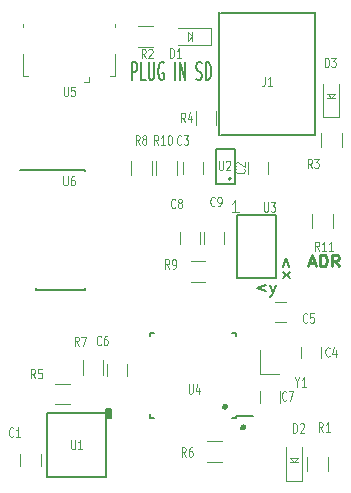
<source format=gbr>
G04 #@! TF.GenerationSoftware,KiCad,Pcbnew,5.0.0-fee4fd1~66~ubuntu16.04.1*
G04 #@! TF.CreationDate,2019-03-22T18:21:00-04:00*
G04 #@! TF.ProjectId,circuit,636972637569742E6B696361645F7063,rev?*
G04 #@! TF.SameCoordinates,Original*
G04 #@! TF.FileFunction,Legend,Top*
G04 #@! TF.FilePolarity,Positive*
%FSLAX46Y46*%
G04 Gerber Fmt 4.6, Leading zero omitted, Abs format (unit mm)*
G04 Created by KiCad (PCBNEW 5.0.0-fee4fd1~66~ubuntu16.04.1) date Fri Mar 22 18:21:00 2019*
%MOMM*%
%LPD*%
G01*
G04 APERTURE LIST*
%ADD10C,0.250000*%
%ADD11C,0.200000*%
%ADD12C,0.150000*%
%ADD13C,0.120000*%
%ADD14C,0.100000*%
%ADD15C,0.500000*%
%ADD16C,0.125000*%
G04 APERTURE END LIST*
D10*
X209681904Y-94936666D02*
X210158095Y-94936666D01*
X209586666Y-95222380D02*
X209920000Y-94222380D01*
X210253333Y-95222380D01*
X210586666Y-95222380D02*
X210586666Y-94222380D01*
X210824761Y-94222380D01*
X210967619Y-94270000D01*
X211062857Y-94365238D01*
X211110476Y-94460476D01*
X211158095Y-94650952D01*
X211158095Y-94793809D01*
X211110476Y-94984285D01*
X211062857Y-95079523D01*
X210967619Y-95174761D01*
X210824761Y-95222380D01*
X210586666Y-95222380D01*
X212158095Y-95222380D02*
X211824761Y-94746190D01*
X211586666Y-95222380D02*
X211586666Y-94222380D01*
X211967619Y-94222380D01*
X212062857Y-94270000D01*
X212110476Y-94317619D01*
X212158095Y-94412857D01*
X212158095Y-94555714D01*
X212110476Y-94650952D01*
X212062857Y-94698571D01*
X211967619Y-94746190D01*
X211586666Y-94746190D01*
D11*
X194627619Y-79448571D02*
X194627619Y-77948571D01*
X194932380Y-77948571D01*
X195008571Y-78020000D01*
X195046666Y-78091428D01*
X195084761Y-78234285D01*
X195084761Y-78448571D01*
X195046666Y-78591428D01*
X195008571Y-78662857D01*
X194932380Y-78734285D01*
X194627619Y-78734285D01*
X195808571Y-79448571D02*
X195427619Y-79448571D01*
X195427619Y-77948571D01*
X196075238Y-77948571D02*
X196075238Y-79162857D01*
X196113333Y-79305714D01*
X196151428Y-79377142D01*
X196227619Y-79448571D01*
X196380000Y-79448571D01*
X196456190Y-79377142D01*
X196494285Y-79305714D01*
X196532380Y-79162857D01*
X196532380Y-77948571D01*
X197332380Y-78020000D02*
X197256190Y-77948571D01*
X197141904Y-77948571D01*
X197027619Y-78020000D01*
X196951428Y-78162857D01*
X196913333Y-78305714D01*
X196875238Y-78591428D01*
X196875238Y-78805714D01*
X196913333Y-79091428D01*
X196951428Y-79234285D01*
X197027619Y-79377142D01*
X197141904Y-79448571D01*
X197218095Y-79448571D01*
X197332380Y-79377142D01*
X197370476Y-79305714D01*
X197370476Y-78805714D01*
X197218095Y-78805714D01*
X198322857Y-79448571D02*
X198322857Y-77948571D01*
X198703809Y-79448571D02*
X198703809Y-77948571D01*
X199160952Y-79448571D01*
X199160952Y-77948571D01*
X200113333Y-79377142D02*
X200227619Y-79448571D01*
X200418095Y-79448571D01*
X200494285Y-79377142D01*
X200532380Y-79305714D01*
X200570476Y-79162857D01*
X200570476Y-79020000D01*
X200532380Y-78877142D01*
X200494285Y-78805714D01*
X200418095Y-78734285D01*
X200265714Y-78662857D01*
X200189523Y-78591428D01*
X200151428Y-78520000D01*
X200113333Y-78377142D01*
X200113333Y-78234285D01*
X200151428Y-78091428D01*
X200189523Y-78020000D01*
X200265714Y-77948571D01*
X200456190Y-77948571D01*
X200570476Y-78020000D01*
X200913333Y-79448571D02*
X200913333Y-77948571D01*
X201103809Y-77948571D01*
X201218095Y-78020000D01*
X201294285Y-78162857D01*
X201332380Y-78305714D01*
X201370476Y-78591428D01*
X201370476Y-78805714D01*
X201332380Y-79091428D01*
X201294285Y-79234285D01*
X201218095Y-79377142D01*
X201103809Y-79448571D01*
X200913333Y-79448571D01*
D12*
G04 #@! TO.C,U6*
X186545000Y-87060000D02*
X185170000Y-87060000D01*
X186545000Y-97185000D02*
X190695000Y-97185000D01*
X186545000Y-87035000D02*
X190695000Y-87035000D01*
X186545000Y-97185000D02*
X186545000Y-97080000D01*
X190695000Y-97185000D02*
X190695000Y-97080000D01*
X190695000Y-87035000D02*
X190695000Y-87140000D01*
X186545000Y-87035000D02*
X186545000Y-87060000D01*
G04 #@! TO.C,U3*
X203559000Y-96217000D02*
X203559000Y-90883000D01*
X203559000Y-90883000D02*
X206861000Y-90883000D01*
X206861000Y-90883000D02*
X206861000Y-96217000D01*
X206861000Y-96217000D02*
X203559000Y-96217000D01*
D13*
G04 #@! TO.C,C1*
X185220000Y-111140000D02*
X185220000Y-112140000D01*
X186920000Y-112140000D02*
X186920000Y-111140000D01*
G04 #@! TO.C,C4*
X210707220Y-103008700D02*
X210707220Y-102008700D01*
X209007220Y-102008700D02*
X209007220Y-103008700D01*
G04 #@! TO.C,C5*
X207735940Y-98250020D02*
X206735940Y-98250020D01*
X206735940Y-99950020D02*
X207735940Y-99950020D01*
G04 #@! TO.C,C6*
X192520000Y-103470000D02*
X192520000Y-104470000D01*
X194220000Y-104470000D02*
X194220000Y-103470000D01*
G04 #@! TO.C,C7*
X205479160Y-105762060D02*
X205479160Y-106762060D01*
X207179160Y-106762060D02*
X207179160Y-105762060D01*
G04 #@! TO.C,D1*
X201360000Y-76450000D02*
X198560000Y-76450000D01*
X201360000Y-75050000D02*
X198560000Y-75050000D01*
X201360000Y-76450000D02*
X201360000Y-75050000D01*
D14*
X199760000Y-75750000D02*
X199460000Y-76050000D01*
X199460000Y-76050000D02*
X199410000Y-76100000D01*
X199410000Y-76100000D02*
X199410000Y-75450000D01*
X199410000Y-75400000D02*
X199410000Y-75450000D01*
X199410000Y-75450000D02*
X199410000Y-75400000D01*
X199410000Y-75400000D02*
X199760000Y-75750000D01*
X199760000Y-75750000D02*
X199760000Y-76100000D01*
X199760000Y-75400000D02*
X199760000Y-75750000D01*
G04 #@! TO.C,D2*
X208723580Y-111746720D02*
X208373580Y-111746720D01*
X208373580Y-111746720D02*
X208023580Y-111746720D01*
X208723580Y-111396720D02*
X208373580Y-111746720D01*
X208673580Y-111396720D02*
X208723580Y-111396720D01*
X208723580Y-111396720D02*
X208673580Y-111396720D01*
X208023580Y-111396720D02*
X208673580Y-111396720D01*
X208073580Y-111446720D02*
X208023580Y-111396720D01*
X208373580Y-111746720D02*
X208073580Y-111446720D01*
D13*
X207673580Y-113346720D02*
X209073580Y-113346720D01*
X209073580Y-113346720D02*
X209073580Y-110546720D01*
X207673580Y-113346720D02*
X207673580Y-110546720D01*
D14*
G04 #@! TO.C,D3*
X211878660Y-80951500D02*
X211528660Y-80951500D01*
X211528660Y-80951500D02*
X211178660Y-80951500D01*
X211878660Y-80601500D02*
X211528660Y-80951500D01*
X211828660Y-80601500D02*
X211878660Y-80601500D01*
X211878660Y-80601500D02*
X211828660Y-80601500D01*
X211178660Y-80601500D02*
X211828660Y-80601500D01*
X211228660Y-80651500D02*
X211178660Y-80601500D01*
X211528660Y-80951500D02*
X211228660Y-80651500D01*
D13*
X210828660Y-82551500D02*
X212228660Y-82551500D01*
X212228660Y-82551500D02*
X212228660Y-79751500D01*
X210828660Y-82551500D02*
X210828660Y-79751500D01*
D12*
G04 #@! TO.C,J1*
X210066680Y-73744260D02*
X202166680Y-73744260D01*
X210066680Y-84094260D02*
X202166680Y-84094260D01*
X210164680Y-73708260D02*
X210164680Y-84122260D01*
X202036680Y-84122260D02*
X202036680Y-73708260D01*
D13*
G04 #@! TO.C,R1*
X209500180Y-112548040D02*
X209500180Y-111348040D01*
X211260180Y-111348040D02*
X211260180Y-112548040D01*
G04 #@! TO.C,R2*
X196410000Y-76660000D02*
X195210000Y-76660000D01*
X195210000Y-74900000D02*
X196410000Y-74900000D01*
G04 #@! TO.C,R3*
X210696920Y-85100720D02*
X210696920Y-83900720D01*
X212456920Y-83900720D02*
X212456920Y-85100720D01*
G04 #@! TO.C,R4*
X201810000Y-82080000D02*
X201810000Y-83280000D01*
X200050000Y-83280000D02*
X200050000Y-82080000D01*
G04 #@! TO.C,R5*
X188175380Y-105131980D02*
X189375380Y-105131980D01*
X189375380Y-106891980D02*
X188175380Y-106891980D01*
G04 #@! TO.C,R6*
X201047940Y-109998000D02*
X202247940Y-109998000D01*
X202247940Y-111758000D02*
X201047940Y-111758000D01*
G04 #@! TO.C,R7*
X190480000Y-104380000D02*
X190480000Y-103180000D01*
X192240000Y-103180000D02*
X192240000Y-104380000D01*
D12*
G04 #@! TO.C,U1*
X187443820Y-113057920D02*
X187443820Y-107657920D01*
X187443820Y-107665520D02*
X192443820Y-107665520D01*
X187443820Y-113057920D02*
X192443820Y-113057920D01*
X192438020Y-113057920D02*
X192438020Y-107657920D01*
G36*
X192438020Y-108021120D02*
X192920620Y-108021120D01*
X192920620Y-107309920D01*
X192438020Y-107309920D01*
X192438020Y-108021120D01*
G37*
X192438020Y-108021120D02*
X192920620Y-108021120D01*
X192920620Y-107309920D01*
X192438020Y-107309920D01*
X192438020Y-108021120D01*
D15*
G04 #@! TO.C,U4*
X202554720Y-107088320D02*
G75*
G03X202554720Y-107088320I-50800J0D01*
G01*
X204104120Y-108840920D02*
G75*
G03X204104120Y-108840920I-50800J0D01*
G01*
D12*
X203461920Y-108071720D02*
X203461920Y-107846720D01*
X196211920Y-108071720D02*
X196211920Y-107746720D01*
X196211920Y-100821720D02*
X196211920Y-101146720D01*
X203461920Y-100821720D02*
X203461920Y-101146720D01*
X203461920Y-108071720D02*
X203136920Y-108071720D01*
X203461920Y-100821720D02*
X203136920Y-100821720D01*
X196211920Y-100821720D02*
X196536920Y-100821720D01*
X196211920Y-108071720D02*
X196536920Y-108071720D01*
X203461920Y-107846720D02*
X204886920Y-107846720D01*
D14*
G04 #@! TO.C,Y1*
X205493700Y-104318200D02*
X205493700Y-102318200D01*
X205493700Y-104318200D02*
X207093700Y-104318200D01*
D13*
G04 #@! TO.C,C2*
X206210000Y-87370000D02*
X206210000Y-86370000D01*
X204510000Y-86370000D02*
X204510000Y-87370000D01*
G04 #@! TO.C,C3*
X198950000Y-86390000D02*
X198950000Y-87390000D01*
X200650000Y-87390000D02*
X200650000Y-86390000D01*
G04 #@! TO.C,R8*
X196370000Y-86280000D02*
X196370000Y-87480000D01*
X194610000Y-87480000D02*
X194610000Y-86280000D01*
G04 #@! TO.C,R9*
X200830000Y-96510000D02*
X199630000Y-96510000D01*
X199630000Y-94750000D02*
X200830000Y-94750000D01*
G04 #@! TO.C,R10*
X198450000Y-86300000D02*
X198450000Y-87500000D01*
X196690000Y-87500000D02*
X196690000Y-86300000D01*
G04 #@! TO.C,R11*
X211690000Y-90800000D02*
X211690000Y-92000000D01*
X209930000Y-92000000D02*
X209930000Y-90800000D01*
D11*
G04 #@! TO.C,U2*
X203050000Y-87810000D02*
G75*
G03X203050000Y-87810000I-100000J0D01*
G01*
D12*
X201750000Y-88210000D02*
X201750000Y-85310000D01*
X201750000Y-85310000D02*
X203350000Y-85310000D01*
X203350000Y-85310000D02*
X203350000Y-88210000D01*
X203350000Y-88210000D02*
X201750000Y-88210000D01*
D13*
G04 #@! TO.C,U5*
X191050000Y-79630000D02*
X191050000Y-79180000D01*
X191050000Y-79630000D02*
X190600000Y-79630000D01*
X185450000Y-79080000D02*
X185900000Y-79080000D01*
X185450000Y-77230000D02*
X185450000Y-79080000D01*
X193250000Y-74680000D02*
X193250000Y-74930000D01*
X185450000Y-74680000D02*
X185450000Y-74930000D01*
X193250000Y-77230000D02*
X193250000Y-79080000D01*
X193250000Y-79080000D02*
X192800000Y-79080000D01*
G04 #@! TO.C,C8*
X198700000Y-92330000D02*
X198700000Y-93330000D01*
X200400000Y-93330000D02*
X200400000Y-92330000D01*
G04 #@! TO.C,C9*
X202430000Y-93330000D02*
X202430000Y-92330000D01*
X200730000Y-92330000D02*
X200730000Y-93330000D01*
G04 #@! TO.C,U6*
D16*
X188862857Y-87561904D02*
X188862857Y-88209523D01*
X188891428Y-88285714D01*
X188920000Y-88323809D01*
X188977142Y-88361904D01*
X189091428Y-88361904D01*
X189148571Y-88323809D01*
X189177142Y-88285714D01*
X189205714Y-88209523D01*
X189205714Y-87561904D01*
X189748571Y-87561904D02*
X189634285Y-87561904D01*
X189577142Y-87600000D01*
X189548571Y-87638095D01*
X189491428Y-87752380D01*
X189462857Y-87904761D01*
X189462857Y-88209523D01*
X189491428Y-88285714D01*
X189520000Y-88323809D01*
X189577142Y-88361904D01*
X189691428Y-88361904D01*
X189748571Y-88323809D01*
X189777142Y-88285714D01*
X189805714Y-88209523D01*
X189805714Y-88019047D01*
X189777142Y-87942857D01*
X189748571Y-87904761D01*
X189691428Y-87866666D01*
X189577142Y-87866666D01*
X189520000Y-87904761D01*
X189491428Y-87942857D01*
X189462857Y-88019047D01*
G04 #@! TO.C,U3*
X205832857Y-89801904D02*
X205832857Y-90449523D01*
X205861428Y-90525714D01*
X205890000Y-90563809D01*
X205947142Y-90601904D01*
X206061428Y-90601904D01*
X206118571Y-90563809D01*
X206147142Y-90525714D01*
X206175714Y-90449523D01*
X206175714Y-89801904D01*
X206404285Y-89801904D02*
X206775714Y-89801904D01*
X206575714Y-90106666D01*
X206661428Y-90106666D01*
X206718571Y-90144761D01*
X206747142Y-90182857D01*
X206775714Y-90259047D01*
X206775714Y-90449523D01*
X206747142Y-90525714D01*
X206718571Y-90563809D01*
X206661428Y-90601904D01*
X206490000Y-90601904D01*
X206432857Y-90563809D01*
X206404285Y-90525714D01*
D12*
X205972000Y-96764714D02*
X205210095Y-97050428D01*
X205972000Y-97336142D01*
X206352952Y-96764714D02*
X206591047Y-97431380D01*
X206829142Y-96764714D02*
X206591047Y-97431380D01*
X206495809Y-97669476D01*
X206448190Y-97717095D01*
X206352952Y-97764714D01*
X208075380Y-96208952D02*
X207408714Y-95685142D01*
X207408714Y-96208952D02*
X208075380Y-95685142D01*
X207408714Y-95304190D02*
X207694428Y-94542285D01*
X207980142Y-95304190D01*
D16*
X203705014Y-90611480D02*
X203133585Y-90611480D01*
X203419300Y-90611480D02*
X203419300Y-89611480D01*
X203324061Y-89754338D01*
X203228823Y-89849576D01*
X203133585Y-89897195D01*
G04 #@! TO.C,C1*
X184630000Y-109575714D02*
X184601428Y-109613809D01*
X184515714Y-109651904D01*
X184458571Y-109651904D01*
X184372857Y-109613809D01*
X184315714Y-109537619D01*
X184287142Y-109461428D01*
X184258571Y-109309047D01*
X184258571Y-109194761D01*
X184287142Y-109042380D01*
X184315714Y-108966190D01*
X184372857Y-108890000D01*
X184458571Y-108851904D01*
X184515714Y-108851904D01*
X184601428Y-108890000D01*
X184630000Y-108928095D01*
X185201428Y-109651904D02*
X184858571Y-109651904D01*
X185030000Y-109651904D02*
X185030000Y-108851904D01*
X184972857Y-108966190D01*
X184915714Y-109042380D01*
X184858571Y-109080476D01*
G04 #@! TO.C,C4*
X211392980Y-102781714D02*
X211364408Y-102819809D01*
X211278694Y-102857904D01*
X211221551Y-102857904D01*
X211135837Y-102819809D01*
X211078694Y-102743619D01*
X211050122Y-102667428D01*
X211021551Y-102515047D01*
X211021551Y-102400761D01*
X211050122Y-102248380D01*
X211078694Y-102172190D01*
X211135837Y-102096000D01*
X211221551Y-102057904D01*
X211278694Y-102057904D01*
X211364408Y-102096000D01*
X211392980Y-102134095D01*
X211907265Y-102324571D02*
X211907265Y-102857904D01*
X211764408Y-102019809D02*
X211621551Y-102591238D01*
X211992980Y-102591238D01*
G04 #@! TO.C,C5*
X209490520Y-99916594D02*
X209461948Y-99954689D01*
X209376234Y-99992784D01*
X209319091Y-99992784D01*
X209233377Y-99954689D01*
X209176234Y-99878499D01*
X209147662Y-99802308D01*
X209119091Y-99649927D01*
X209119091Y-99535641D01*
X209147662Y-99383260D01*
X209176234Y-99307070D01*
X209233377Y-99230880D01*
X209319091Y-99192784D01*
X209376234Y-99192784D01*
X209461948Y-99230880D01*
X209490520Y-99268975D01*
X210033377Y-99192784D02*
X209747662Y-99192784D01*
X209719091Y-99573737D01*
X209747662Y-99535641D01*
X209804805Y-99497546D01*
X209947662Y-99497546D01*
X210004805Y-99535641D01*
X210033377Y-99573737D01*
X210061948Y-99649927D01*
X210061948Y-99840403D01*
X210033377Y-99916594D01*
X210004805Y-99954689D01*
X209947662Y-99992784D01*
X209804805Y-99992784D01*
X209747662Y-99954689D01*
X209719091Y-99916594D01*
G04 #@! TO.C,C6*
X192030000Y-101805714D02*
X192001428Y-101843809D01*
X191915714Y-101881904D01*
X191858571Y-101881904D01*
X191772857Y-101843809D01*
X191715714Y-101767619D01*
X191687142Y-101691428D01*
X191658571Y-101539047D01*
X191658571Y-101424761D01*
X191687142Y-101272380D01*
X191715714Y-101196190D01*
X191772857Y-101120000D01*
X191858571Y-101081904D01*
X191915714Y-101081904D01*
X192001428Y-101120000D01*
X192030000Y-101158095D01*
X192544285Y-101081904D02*
X192430000Y-101081904D01*
X192372857Y-101120000D01*
X192344285Y-101158095D01*
X192287142Y-101272380D01*
X192258571Y-101424761D01*
X192258571Y-101729523D01*
X192287142Y-101805714D01*
X192315714Y-101843809D01*
X192372857Y-101881904D01*
X192487142Y-101881904D01*
X192544285Y-101843809D01*
X192572857Y-101805714D01*
X192601428Y-101729523D01*
X192601428Y-101539047D01*
X192572857Y-101462857D01*
X192544285Y-101424761D01*
X192487142Y-101386666D01*
X192372857Y-101386666D01*
X192315714Y-101424761D01*
X192287142Y-101462857D01*
X192258571Y-101539047D01*
G04 #@! TO.C,C7*
X207722680Y-106509674D02*
X207694108Y-106547769D01*
X207608394Y-106585864D01*
X207551251Y-106585864D01*
X207465537Y-106547769D01*
X207408394Y-106471579D01*
X207379822Y-106395388D01*
X207351251Y-106243007D01*
X207351251Y-106128721D01*
X207379822Y-105976340D01*
X207408394Y-105900150D01*
X207465537Y-105823960D01*
X207551251Y-105785864D01*
X207608394Y-105785864D01*
X207694108Y-105823960D01*
X207722680Y-105862055D01*
X207922680Y-105785864D02*
X208322680Y-105785864D01*
X208065537Y-106585864D01*
G04 #@! TO.C,D1*
X197897142Y-77551904D02*
X197897142Y-76751904D01*
X198040000Y-76751904D01*
X198125714Y-76790000D01*
X198182857Y-76866190D01*
X198211428Y-76942380D01*
X198240000Y-77094761D01*
X198240000Y-77209047D01*
X198211428Y-77361428D01*
X198182857Y-77437619D01*
X198125714Y-77513809D01*
X198040000Y-77551904D01*
X197897142Y-77551904D01*
X198811428Y-77551904D02*
X198468571Y-77551904D01*
X198640000Y-77551904D02*
X198640000Y-76751904D01*
X198582857Y-76866190D01*
X198525714Y-76942380D01*
X198468571Y-76980476D01*
G04 #@! TO.C,D2*
X208321882Y-109307664D02*
X208321882Y-108507664D01*
X208464740Y-108507664D01*
X208550454Y-108545760D01*
X208607597Y-108621950D01*
X208636168Y-108698140D01*
X208664740Y-108850521D01*
X208664740Y-108964807D01*
X208636168Y-109117188D01*
X208607597Y-109193379D01*
X208550454Y-109269569D01*
X208464740Y-109307664D01*
X208321882Y-109307664D01*
X208893311Y-108583855D02*
X208921882Y-108545760D01*
X208979025Y-108507664D01*
X209121882Y-108507664D01*
X209179025Y-108545760D01*
X209207597Y-108583855D01*
X209236168Y-108660045D01*
X209236168Y-108736236D01*
X209207597Y-108850521D01*
X208864740Y-109307664D01*
X209236168Y-109307664D01*
G04 #@! TO.C,D3*
X210997142Y-78341904D02*
X210997142Y-77541904D01*
X211140000Y-77541904D01*
X211225714Y-77580000D01*
X211282857Y-77656190D01*
X211311428Y-77732380D01*
X211340000Y-77884761D01*
X211340000Y-77999047D01*
X211311428Y-78151428D01*
X211282857Y-78227619D01*
X211225714Y-78303809D01*
X211140000Y-78341904D01*
X210997142Y-78341904D01*
X211540000Y-77541904D02*
X211911428Y-77541904D01*
X211711428Y-77846666D01*
X211797142Y-77846666D01*
X211854285Y-77884761D01*
X211882857Y-77922857D01*
X211911428Y-77999047D01*
X211911428Y-78189523D01*
X211882857Y-78265714D01*
X211854285Y-78303809D01*
X211797142Y-78341904D01*
X211625714Y-78341904D01*
X211568571Y-78303809D01*
X211540000Y-78265714D01*
G04 #@! TO.C,J1*
X205900680Y-79162964D02*
X205900680Y-79734393D01*
X205872108Y-79848679D01*
X205814965Y-79924869D01*
X205729251Y-79962964D01*
X205672108Y-79962964D01*
X206500680Y-79962964D02*
X206157822Y-79962964D01*
X206329251Y-79962964D02*
X206329251Y-79162964D01*
X206272108Y-79277250D01*
X206214965Y-79353440D01*
X206157822Y-79391536D01*
G04 #@! TO.C,R1*
X210820000Y-109211904D02*
X210620000Y-108830952D01*
X210477142Y-109211904D02*
X210477142Y-108411904D01*
X210705714Y-108411904D01*
X210762857Y-108450000D01*
X210791428Y-108488095D01*
X210820000Y-108564285D01*
X210820000Y-108678571D01*
X210791428Y-108754761D01*
X210762857Y-108792857D01*
X210705714Y-108830952D01*
X210477142Y-108830952D01*
X211391428Y-109211904D02*
X211048571Y-109211904D01*
X211220000Y-109211904D02*
X211220000Y-108411904D01*
X211162857Y-108526190D01*
X211105714Y-108602380D01*
X211048571Y-108640476D01*
G04 #@! TO.C,R2*
X195830000Y-77601904D02*
X195630000Y-77220952D01*
X195487142Y-77601904D02*
X195487142Y-76801904D01*
X195715714Y-76801904D01*
X195772857Y-76840000D01*
X195801428Y-76878095D01*
X195830000Y-76954285D01*
X195830000Y-77068571D01*
X195801428Y-77144761D01*
X195772857Y-77182857D01*
X195715714Y-77220952D01*
X195487142Y-77220952D01*
X196058571Y-76878095D02*
X196087142Y-76840000D01*
X196144285Y-76801904D01*
X196287142Y-76801904D01*
X196344285Y-76840000D01*
X196372857Y-76878095D01*
X196401428Y-76954285D01*
X196401428Y-77030476D01*
X196372857Y-77144761D01*
X196030000Y-77601904D01*
X196401428Y-77601904D01*
G04 #@! TO.C,R3*
X209910000Y-86891904D02*
X209710000Y-86510952D01*
X209567142Y-86891904D02*
X209567142Y-86091904D01*
X209795714Y-86091904D01*
X209852857Y-86130000D01*
X209881428Y-86168095D01*
X209910000Y-86244285D01*
X209910000Y-86358571D01*
X209881428Y-86434761D01*
X209852857Y-86472857D01*
X209795714Y-86510952D01*
X209567142Y-86510952D01*
X210110000Y-86091904D02*
X210481428Y-86091904D01*
X210281428Y-86396666D01*
X210367142Y-86396666D01*
X210424285Y-86434761D01*
X210452857Y-86472857D01*
X210481428Y-86549047D01*
X210481428Y-86739523D01*
X210452857Y-86815714D01*
X210424285Y-86853809D01*
X210367142Y-86891904D01*
X210195714Y-86891904D01*
X210138571Y-86853809D01*
X210110000Y-86815714D01*
G04 #@! TO.C,R4*
X199180000Y-82991904D02*
X198980000Y-82610952D01*
X198837142Y-82991904D02*
X198837142Y-82191904D01*
X199065714Y-82191904D01*
X199122857Y-82230000D01*
X199151428Y-82268095D01*
X199180000Y-82344285D01*
X199180000Y-82458571D01*
X199151428Y-82534761D01*
X199122857Y-82572857D01*
X199065714Y-82610952D01*
X198837142Y-82610952D01*
X199694285Y-82458571D02*
X199694285Y-82991904D01*
X199551428Y-82153809D02*
X199408571Y-82725238D01*
X199780000Y-82725238D01*
G04 #@! TO.C,R5*
X186460000Y-104701904D02*
X186260000Y-104320952D01*
X186117142Y-104701904D02*
X186117142Y-103901904D01*
X186345714Y-103901904D01*
X186402857Y-103940000D01*
X186431428Y-103978095D01*
X186460000Y-104054285D01*
X186460000Y-104168571D01*
X186431428Y-104244761D01*
X186402857Y-104282857D01*
X186345714Y-104320952D01*
X186117142Y-104320952D01*
X187002857Y-103901904D02*
X186717142Y-103901904D01*
X186688571Y-104282857D01*
X186717142Y-104244761D01*
X186774285Y-104206666D01*
X186917142Y-104206666D01*
X186974285Y-104244761D01*
X187002857Y-104282857D01*
X187031428Y-104359047D01*
X187031428Y-104549523D01*
X187002857Y-104625714D01*
X186974285Y-104663809D01*
X186917142Y-104701904D01*
X186774285Y-104701904D01*
X186717142Y-104663809D01*
X186688571Y-104625714D01*
G04 #@! TO.C,R6*
X199220000Y-111331904D02*
X199020000Y-110950952D01*
X198877142Y-111331904D02*
X198877142Y-110531904D01*
X199105714Y-110531904D01*
X199162857Y-110570000D01*
X199191428Y-110608095D01*
X199220000Y-110684285D01*
X199220000Y-110798571D01*
X199191428Y-110874761D01*
X199162857Y-110912857D01*
X199105714Y-110950952D01*
X198877142Y-110950952D01*
X199734285Y-110531904D02*
X199620000Y-110531904D01*
X199562857Y-110570000D01*
X199534285Y-110608095D01*
X199477142Y-110722380D01*
X199448571Y-110874761D01*
X199448571Y-111179523D01*
X199477142Y-111255714D01*
X199505714Y-111293809D01*
X199562857Y-111331904D01*
X199677142Y-111331904D01*
X199734285Y-111293809D01*
X199762857Y-111255714D01*
X199791428Y-111179523D01*
X199791428Y-110989047D01*
X199762857Y-110912857D01*
X199734285Y-110874761D01*
X199677142Y-110836666D01*
X199562857Y-110836666D01*
X199505714Y-110874761D01*
X199477142Y-110912857D01*
X199448571Y-110989047D01*
G04 #@! TO.C,R7*
X190150000Y-101951904D02*
X189950000Y-101570952D01*
X189807142Y-101951904D02*
X189807142Y-101151904D01*
X190035714Y-101151904D01*
X190092857Y-101190000D01*
X190121428Y-101228095D01*
X190150000Y-101304285D01*
X190150000Y-101418571D01*
X190121428Y-101494761D01*
X190092857Y-101532857D01*
X190035714Y-101570952D01*
X189807142Y-101570952D01*
X190350000Y-101151904D02*
X190750000Y-101151904D01*
X190492857Y-101951904D01*
G04 #@! TO.C,U1*
X189511997Y-109879184D02*
X189511997Y-110526803D01*
X189540568Y-110602994D01*
X189569140Y-110641089D01*
X189626282Y-110679184D01*
X189740568Y-110679184D01*
X189797711Y-110641089D01*
X189826282Y-110602994D01*
X189854854Y-110526803D01*
X189854854Y-109879184D01*
X190454854Y-110679184D02*
X190111997Y-110679184D01*
X190283425Y-110679184D02*
X190283425Y-109879184D01*
X190226282Y-109993470D01*
X190169140Y-110069660D01*
X190111997Y-110107756D01*
G04 #@! TO.C,U4*
X199455977Y-105212584D02*
X199455977Y-105860203D01*
X199484548Y-105936394D01*
X199513120Y-105974489D01*
X199570262Y-106012584D01*
X199684548Y-106012584D01*
X199741691Y-105974489D01*
X199770262Y-105936394D01*
X199798834Y-105860203D01*
X199798834Y-105212584D01*
X200341691Y-105479251D02*
X200341691Y-106012584D01*
X200198834Y-105174489D02*
X200055977Y-105745918D01*
X200427405Y-105745918D01*
G04 #@! TO.C,Y1*
X208644285Y-105030952D02*
X208644285Y-105411904D01*
X208444285Y-104611904D02*
X208644285Y-105030952D01*
X208844285Y-104611904D01*
X209358571Y-105411904D02*
X209015714Y-105411904D01*
X209187142Y-105411904D02*
X209187142Y-104611904D01*
X209130000Y-104726190D01*
X209072857Y-104802380D01*
X209015714Y-104840476D01*
G04 #@! TO.C,C2*
X204145714Y-86970000D02*
X204183809Y-86998571D01*
X204221904Y-87084285D01*
X204221904Y-87141428D01*
X204183809Y-87227142D01*
X204107619Y-87284285D01*
X204031428Y-87312857D01*
X203879047Y-87341428D01*
X203764761Y-87341428D01*
X203612380Y-87312857D01*
X203536190Y-87284285D01*
X203460000Y-87227142D01*
X203421904Y-87141428D01*
X203421904Y-87084285D01*
X203460000Y-86998571D01*
X203498095Y-86970000D01*
X203498095Y-86741428D02*
X203460000Y-86712857D01*
X203421904Y-86655714D01*
X203421904Y-86512857D01*
X203460000Y-86455714D01*
X203498095Y-86427142D01*
X203574285Y-86398571D01*
X203650476Y-86398571D01*
X203764761Y-86427142D01*
X204221904Y-86770000D01*
X204221904Y-86398571D01*
G04 #@! TO.C,C3*
X198840000Y-84855714D02*
X198811428Y-84893809D01*
X198725714Y-84931904D01*
X198668571Y-84931904D01*
X198582857Y-84893809D01*
X198525714Y-84817619D01*
X198497142Y-84741428D01*
X198468571Y-84589047D01*
X198468571Y-84474761D01*
X198497142Y-84322380D01*
X198525714Y-84246190D01*
X198582857Y-84170000D01*
X198668571Y-84131904D01*
X198725714Y-84131904D01*
X198811428Y-84170000D01*
X198840000Y-84208095D01*
X199040000Y-84131904D02*
X199411428Y-84131904D01*
X199211428Y-84436666D01*
X199297142Y-84436666D01*
X199354285Y-84474761D01*
X199382857Y-84512857D01*
X199411428Y-84589047D01*
X199411428Y-84779523D01*
X199382857Y-84855714D01*
X199354285Y-84893809D01*
X199297142Y-84931904D01*
X199125714Y-84931904D01*
X199068571Y-84893809D01*
X199040000Y-84855714D01*
G04 #@! TO.C,R8*
X195310000Y-84901904D02*
X195110000Y-84520952D01*
X194967142Y-84901904D02*
X194967142Y-84101904D01*
X195195714Y-84101904D01*
X195252857Y-84140000D01*
X195281428Y-84178095D01*
X195310000Y-84254285D01*
X195310000Y-84368571D01*
X195281428Y-84444761D01*
X195252857Y-84482857D01*
X195195714Y-84520952D01*
X194967142Y-84520952D01*
X195652857Y-84444761D02*
X195595714Y-84406666D01*
X195567142Y-84368571D01*
X195538571Y-84292380D01*
X195538571Y-84254285D01*
X195567142Y-84178095D01*
X195595714Y-84140000D01*
X195652857Y-84101904D01*
X195767142Y-84101904D01*
X195824285Y-84140000D01*
X195852857Y-84178095D01*
X195881428Y-84254285D01*
X195881428Y-84292380D01*
X195852857Y-84368571D01*
X195824285Y-84406666D01*
X195767142Y-84444761D01*
X195652857Y-84444761D01*
X195595714Y-84482857D01*
X195567142Y-84520952D01*
X195538571Y-84597142D01*
X195538571Y-84749523D01*
X195567142Y-84825714D01*
X195595714Y-84863809D01*
X195652857Y-84901904D01*
X195767142Y-84901904D01*
X195824285Y-84863809D01*
X195852857Y-84825714D01*
X195881428Y-84749523D01*
X195881428Y-84597142D01*
X195852857Y-84520952D01*
X195824285Y-84482857D01*
X195767142Y-84444761D01*
G04 #@! TO.C,R9*
X197830000Y-95421904D02*
X197630000Y-95040952D01*
X197487142Y-95421904D02*
X197487142Y-94621904D01*
X197715714Y-94621904D01*
X197772857Y-94660000D01*
X197801428Y-94698095D01*
X197830000Y-94774285D01*
X197830000Y-94888571D01*
X197801428Y-94964761D01*
X197772857Y-95002857D01*
X197715714Y-95040952D01*
X197487142Y-95040952D01*
X198115714Y-95421904D02*
X198230000Y-95421904D01*
X198287142Y-95383809D01*
X198315714Y-95345714D01*
X198372857Y-95231428D01*
X198401428Y-95079047D01*
X198401428Y-94774285D01*
X198372857Y-94698095D01*
X198344285Y-94660000D01*
X198287142Y-94621904D01*
X198172857Y-94621904D01*
X198115714Y-94660000D01*
X198087142Y-94698095D01*
X198058571Y-94774285D01*
X198058571Y-94964761D01*
X198087142Y-95040952D01*
X198115714Y-95079047D01*
X198172857Y-95117142D01*
X198287142Y-95117142D01*
X198344285Y-95079047D01*
X198372857Y-95040952D01*
X198401428Y-94964761D01*
G04 #@! TO.C,R10*
X196894285Y-84901904D02*
X196694285Y-84520952D01*
X196551428Y-84901904D02*
X196551428Y-84101904D01*
X196780000Y-84101904D01*
X196837142Y-84140000D01*
X196865714Y-84178095D01*
X196894285Y-84254285D01*
X196894285Y-84368571D01*
X196865714Y-84444761D01*
X196837142Y-84482857D01*
X196780000Y-84520952D01*
X196551428Y-84520952D01*
X197465714Y-84901904D02*
X197122857Y-84901904D01*
X197294285Y-84901904D02*
X197294285Y-84101904D01*
X197237142Y-84216190D01*
X197180000Y-84292380D01*
X197122857Y-84330476D01*
X197837142Y-84101904D02*
X197894285Y-84101904D01*
X197951428Y-84140000D01*
X197980000Y-84178095D01*
X198008571Y-84254285D01*
X198037142Y-84406666D01*
X198037142Y-84597142D01*
X198008571Y-84749523D01*
X197980000Y-84825714D01*
X197951428Y-84863809D01*
X197894285Y-84901904D01*
X197837142Y-84901904D01*
X197780000Y-84863809D01*
X197751428Y-84825714D01*
X197722857Y-84749523D01*
X197694285Y-84597142D01*
X197694285Y-84406666D01*
X197722857Y-84254285D01*
X197751428Y-84178095D01*
X197780000Y-84140000D01*
X197837142Y-84101904D01*
G04 #@! TO.C,R11*
X210514285Y-93911904D02*
X210314285Y-93530952D01*
X210171428Y-93911904D02*
X210171428Y-93111904D01*
X210400000Y-93111904D01*
X210457142Y-93150000D01*
X210485714Y-93188095D01*
X210514285Y-93264285D01*
X210514285Y-93378571D01*
X210485714Y-93454761D01*
X210457142Y-93492857D01*
X210400000Y-93530952D01*
X210171428Y-93530952D01*
X211085714Y-93911904D02*
X210742857Y-93911904D01*
X210914285Y-93911904D02*
X210914285Y-93111904D01*
X210857142Y-93226190D01*
X210800000Y-93302380D01*
X210742857Y-93340476D01*
X211657142Y-93911904D02*
X211314285Y-93911904D01*
X211485714Y-93911904D02*
X211485714Y-93111904D01*
X211428571Y-93226190D01*
X211371428Y-93302380D01*
X211314285Y-93340476D01*
G04 #@! TO.C,U2*
X202032857Y-86261904D02*
X202032857Y-86909523D01*
X202061428Y-86985714D01*
X202090000Y-87023809D01*
X202147142Y-87061904D01*
X202261428Y-87061904D01*
X202318571Y-87023809D01*
X202347142Y-86985714D01*
X202375714Y-86909523D01*
X202375714Y-86261904D01*
X202632857Y-86338095D02*
X202661428Y-86300000D01*
X202718571Y-86261904D01*
X202861428Y-86261904D01*
X202918571Y-86300000D01*
X202947142Y-86338095D01*
X202975714Y-86414285D01*
X202975714Y-86490476D01*
X202947142Y-86604761D01*
X202604285Y-87061904D01*
X202975714Y-87061904D01*
G04 #@! TO.C,U5*
X188892857Y-79991904D02*
X188892857Y-80639523D01*
X188921428Y-80715714D01*
X188950000Y-80753809D01*
X189007142Y-80791904D01*
X189121428Y-80791904D01*
X189178571Y-80753809D01*
X189207142Y-80715714D01*
X189235714Y-80639523D01*
X189235714Y-79991904D01*
X189807142Y-79991904D02*
X189521428Y-79991904D01*
X189492857Y-80372857D01*
X189521428Y-80334761D01*
X189578571Y-80296666D01*
X189721428Y-80296666D01*
X189778571Y-80334761D01*
X189807142Y-80372857D01*
X189835714Y-80449047D01*
X189835714Y-80639523D01*
X189807142Y-80715714D01*
X189778571Y-80753809D01*
X189721428Y-80791904D01*
X189578571Y-80791904D01*
X189521428Y-80753809D01*
X189492857Y-80715714D01*
G04 #@! TO.C,C8*
X198330000Y-90205714D02*
X198301428Y-90243809D01*
X198215714Y-90281904D01*
X198158571Y-90281904D01*
X198072857Y-90243809D01*
X198015714Y-90167619D01*
X197987142Y-90091428D01*
X197958571Y-89939047D01*
X197958571Y-89824761D01*
X197987142Y-89672380D01*
X198015714Y-89596190D01*
X198072857Y-89520000D01*
X198158571Y-89481904D01*
X198215714Y-89481904D01*
X198301428Y-89520000D01*
X198330000Y-89558095D01*
X198672857Y-89824761D02*
X198615714Y-89786666D01*
X198587142Y-89748571D01*
X198558571Y-89672380D01*
X198558571Y-89634285D01*
X198587142Y-89558095D01*
X198615714Y-89520000D01*
X198672857Y-89481904D01*
X198787142Y-89481904D01*
X198844285Y-89520000D01*
X198872857Y-89558095D01*
X198901428Y-89634285D01*
X198901428Y-89672380D01*
X198872857Y-89748571D01*
X198844285Y-89786666D01*
X198787142Y-89824761D01*
X198672857Y-89824761D01*
X198615714Y-89862857D01*
X198587142Y-89900952D01*
X198558571Y-89977142D01*
X198558571Y-90129523D01*
X198587142Y-90205714D01*
X198615714Y-90243809D01*
X198672857Y-90281904D01*
X198787142Y-90281904D01*
X198844285Y-90243809D01*
X198872857Y-90205714D01*
X198901428Y-90129523D01*
X198901428Y-89977142D01*
X198872857Y-89900952D01*
X198844285Y-89862857D01*
X198787142Y-89824761D01*
G04 #@! TO.C,C9*
X201670000Y-90055714D02*
X201641428Y-90093809D01*
X201555714Y-90131904D01*
X201498571Y-90131904D01*
X201412857Y-90093809D01*
X201355714Y-90017619D01*
X201327142Y-89941428D01*
X201298571Y-89789047D01*
X201298571Y-89674761D01*
X201327142Y-89522380D01*
X201355714Y-89446190D01*
X201412857Y-89370000D01*
X201498571Y-89331904D01*
X201555714Y-89331904D01*
X201641428Y-89370000D01*
X201670000Y-89408095D01*
X201955714Y-90131904D02*
X202070000Y-90131904D01*
X202127142Y-90093809D01*
X202155714Y-90055714D01*
X202212857Y-89941428D01*
X202241428Y-89789047D01*
X202241428Y-89484285D01*
X202212857Y-89408095D01*
X202184285Y-89370000D01*
X202127142Y-89331904D01*
X202012857Y-89331904D01*
X201955714Y-89370000D01*
X201927142Y-89408095D01*
X201898571Y-89484285D01*
X201898571Y-89674761D01*
X201927142Y-89750952D01*
X201955714Y-89789047D01*
X202012857Y-89827142D01*
X202127142Y-89827142D01*
X202184285Y-89789047D01*
X202212857Y-89750952D01*
X202241428Y-89674761D01*
G04 #@! TD*
M02*

</source>
